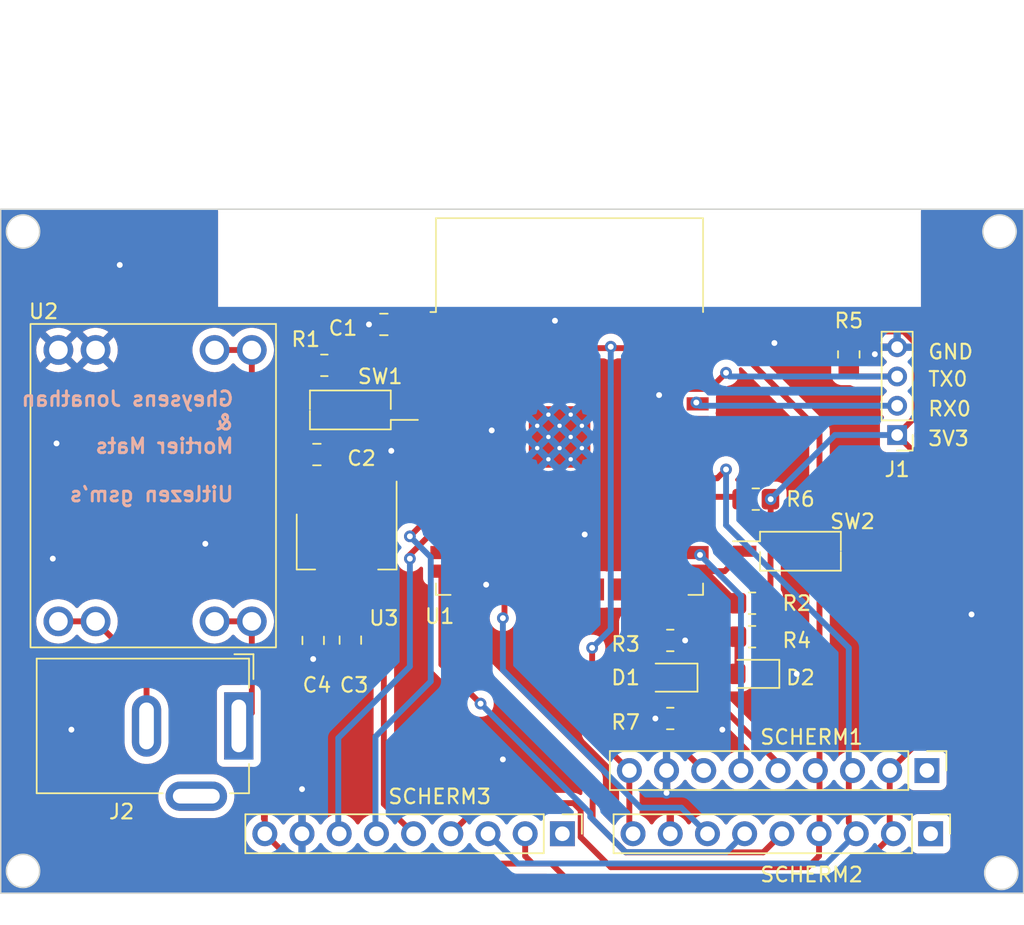
<source format=kicad_pcb>
(kicad_pcb (version 20221018) (generator pcbnew)
  (layers (0 "F.Cu" signal) (31 "B.Cu" signal) (34 "B.Paste" user) (35 "F.Paste" user) (36 "B.SilkS" user "B.Silkscreen") (37 "F.SilkS" user "F.Silkscreen") (38 "B.Mask" user) (39 "F.Mask" user) (44 "Edge.Cuts" user))
  (net 0 "")
  (net 1 "+3.3V")
  (net 2 "GND")
  (net 3 "VDD")
  (net 4 "Net-(D1-K)")
  (net 5 "GPIO2")
  (net 6 "Net-(D2-A)")
  (net 7 "RX0")
  (net 8 "TX0")
  (net 9 "Net-(J2-Pad1)")
  (net 10 "Net-(J2-Pad2)")
  (net 11 "/EN")
  (net 12 "GPIO0")
  (net 13 "GPIO5")
  (net 15 "GPIO18")
  (net 16 "GPIO23")
  (net 17 "GPIO4")
  (net 18 "GPIO15")
  (net 20 "GPIO14")
  (net 21 "GPIO12")
  (net 22 "GPIO13")
  (net 24 "GPIO25")
  (net 25 "GPIO26")
  (net 26 "GPIO27")
  (footprint "Resistor_SMD:R_0805_2012Metric_Pad1.20x1.40mm_HandSolder" (layer "F.Cu") (at 123.19 103.886 180)
    (fp_text reference "R7" (at 3.048 -0.254) (layer "F.SilkS"))
    (fp_text value "1K")
    (pad "1" smd roundrect (at -1 0 180) (size 1.2 1.4) (layers "F.Cu" "F.Paste" "F.Mask") (roundrect_rratio 0.2083333333) (net 4 "Net-(D1-K)"))
    (pad "2" smd roundrect (at 1 0 180) (size 1.2 1.4) (layers "F.Cu" "F.Paste" "F.Mask") (roundrect_rratio 0.2083333333) (net 2 "GND"))
  )
  (footprint "Resistor_SMD:R_0805_2012Metric_Pad1.20x1.40mm_HandSolder" (layer "F.Cu") (at 129.032 88.9 180)
    (fp_text reference "R6" (at -3.048 0 180) (layer "F.SilkS"))
    (fp_text value "10K")
    (pad "1" smd roundrect (at -1 0 180) (size 1.2 1.4) (layers "F.Cu" "F.Paste" "F.Mask") (roundrect_rratio 0.2083333333) (net 1 "+3.3V"))
    (pad "2" smd roundrect (at 1 0 180) (size 1.2 1.4) (layers "F.Cu" "F.Paste" "F.Mask") (roundrect_rratio 0.2083333333) (net 13 "GPIO5"))
  )
  (footprint "Resistor_SMD:R_0805_2012Metric_Pad1.20x1.40mm_HandSolder" (layer "F.Cu") (at 123.19 98.552 180)
    (fp_text reference "R3" (at 3.048 -0.254) (layer "F.SilkS"))
    (fp_text value "10K")
    (pad "1" smd roundrect (at -1 0 180) (size 1.2 1.4) (layers "F.Cu" "F.Paste" "F.Mask") (roundrect_rratio 0.2083333333) (net 2 "GND"))
    (pad "2" smd roundrect (at 1 0 180) (size 1.2 1.4) (layers "F.Cu" "F.Paste" "F.Mask") (roundrect_rratio 0.2083333333) (net 5 "GPIO2"))
  )
  (footprint "Resistor_SMD:R_0805_2012Metric_Pad1.20x1.40mm_HandSolder" (layer "F.Cu") (at 99.568 79.756)
    (fp_text reference "R1" (at -1.27 -1.778 180) (layer "F.SilkS"))
    (fp_text value "10K")
    (pad "1" smd roundrect (at -1 0) (size 1.2 1.4) (layers "F.Cu" "F.Paste" "F.Mask") (roundrect_rratio 0.2083333333) (net 1 "+3.3V"))
    (pad "2" smd roundrect (at 1 0) (size 1.2 1.4) (layers "F.Cu" "F.Paste" "F.Mask") (roundrect_rratio 0.2083333333) (net 11 "/EN"))
  )
  (footprint "LED_SMD:LED_0805_2012Metric_Pad1.15x1.40mm_HandSolder" (layer "F.Cu") (at 123.19 101.092 180)
    (fp_text reference "D1" (at 3.048 0) (layer "F.SilkS"))
    (fp_text value "BLUE")
    (pad "1" smd roundrect (at -1.025 0 180) (size 1.15 1.4) (layers "F.Cu" "F.Paste" "F.Mask") (roundrect_rratio 0.2173913043) (net 4 "Net-(D1-K)"))
    (pad "2" smd roundrect (at 1.025 0 180) (size 1.15 1.4) (layers "F.Cu" "F.Paste" "F.Mask") (roundrect_rratio 0.2173913043) (net 5 "GPIO2"))
  )
  (footprint "Capacitor_SMD:C_0805_2012Metric_Pad1.18x1.45mm_HandSolder" (layer "F.Cu") (at 103.632 76.962 180)
    (fp_text reference "C1" (at 2.794 -0.254 180) (layer "F.SilkS"))
    (fp_text value "100uF/6.3V")
    (pad "1" smd roundrect (at -1.0375 0 180) (size 1.175 1.45) (layers "F.Cu" "F.Paste" "F.Mask") (roundrect_rratio 0.2127659574) (net 1 "+3.3V"))
    (pad "2" smd roundrect (at 1.0375 0 180) (size 1.175 1.45) (layers "F.Cu" "F.Paste" "F.Mask") (roundrect_rratio 0.2127659574) (net 2 "GND"))
  )
  (footprint "Capacitor_SMD:C_0805_2012Metric_Pad1.18x1.45mm_HandSolder" (layer "F.Cu") (at 99.06 85.852 180)
    (fp_text reference "C2" (at -3.048 -0.254 180) (layer "F.SilkS"))
    (fp_text value "10uF")
    (pad "1" smd roundrect (at -1.0375 0 180) (size 1.175 1.45) (layers "F.Cu" "F.Paste" "F.Mask") (roundrect_rratio 0.2127659574) (net 3 "VDD"))
    (pad "2" smd roundrect (at 1.0375 0 180) (size 1.175 1.45) (layers "F.Cu" "F.Paste" "F.Mask") (roundrect_rratio 0.2127659574) (net 2 "GND"))
  )
  (footprint "Connector_PinHeader_2.54mm:PinHeader_1x09_P2.54mm_Vertical" (layer "F.Cu") (at 115.824 111.76 -90)
    (fp_text reference "SCHERM3" (at -2.54 8.382) (layer "F.SilkS"))
    (fp_text value "Conn_01x09_Pin")
    (pad "1" thru_hole rect (at 0 0 270) (size 1.7 1.7) (drill 1) (layers "*.Cu" "*.Mask"))
    (pad "2" thru_hole oval (at 0 2.54 270) (size 1.7 1.7) (drill 1) (layers "*.Cu" "*.Mask") (net 1 "+3.3V"))
    (pad "3" thru_hole oval (at 0 5.08 270) (size 1.7 1.7) (drill 1) (layers "*.Cu" "*.Mask") (net 15 "GPIO18"))
    (pad "4" thru_hole oval (at 0 7.62 270) (size 1.7 1.7) (drill 1) (layers "*.Cu" "*.Mask") (net 16 "GPIO23"))
    (pad "5" thru_hole oval (at 0 10.16 270) (size 1.7 1.7) (drill 1) (layers "*.Cu" "*.Mask") (net 24 "GPIO25"))
    (pad "6" thru_hole oval (at 0 12.7 270) (size 1.7 1.7) (drill 1) (layers "*.Cu" "*.Mask") (net 25 "GPIO26"))
    (pad "7" thru_hole oval (at 0 15.24 270) (size 1.7 1.7) (drill 1) (layers "*.Cu" "*.Mask") (net 26 "GPIO27"))
    (pad "8" thru_hole oval (at 0 17.78 270) (size 1.7 1.7) (drill 1) (layers "*.Cu" "*.Mask") (net 2 "GND"))
    (pad "9" thru_hole oval (at 0 20.32 270) (size 1.7 1.7) (drill 1) (layers "*.Cu" "*.Mask") (net 1 "+3.3V"))
  )
  (footprint "Resistor_SMD:R_0805_2012Metric_Pad1.20x1.40mm_HandSolder" (layer "F.Cu") (at 135.382 79.01 -90)
    (fp_text reference "R5" (at -2.302 0 -180) (layer "F.SilkS"))
    (fp_text value "10K")
    (pad "1" smd roundrect (at -1 0 270) (size 1.2 1.4) (layers "F.Cu" "F.Paste" "F.Mask") (roundrect_rratio 0.2083333333) (net 1 "+3.3V"))
    (pad "2" smd roundrect (at 1 0 270) (size 1.2 1.4) (layers "F.Cu" "F.Paste" "F.Mask") (roundrect_rratio 0.2083333333) (net 8 "TX0"))
  )
  (footprint "Resistor_SMD:R_0805_2012Metric_Pad1.20x1.40mm_HandSolder" (layer "F.Cu") (at 128.778 96.012 180)
    (fp_text reference "R2" (at -3.048 0) (layer "F.SilkS"))
    (fp_text value "10K")
    (pad "1" smd roundrect (at -1 0 180) (size 1.2 1.4) (layers "F.Cu" "F.Paste" "F.Mask") (roundrect_rratio 0.2083333333) (net 1 "+3.3V"))
    (pad "2" smd roundrect (at 1 0 180) (size 1.2 1.4) (layers "F.Cu" "F.Paste" "F.Mask") (roundrect_rratio 0.2083333333) (net 12 "GPIO0"))
  )
  (footprint "Library:U1584" (layer "F.Cu") (at 88.011 76.93)
    (fp_text reference "U2" (at -7.62 -0.857 unlocked) (layer "F.SilkS"))
    (fp_text value "MP1584")
    (pad "1" thru_hole circle (at -6.604 20.32) (size 2.032 2.032) (drill 1.27) (layers "*.Cu" "*.Mask") (net 10 "Net-(J2-Pad2)"))
    (pad "2" thru_hole circle (at -4.064 20.32) (size 2.032 2.032) (drill 1.27) (layers "*.Cu" "*.Mask") (net 10 "Net-(J2-Pad2)"))
    (pad "3" thru_hole circle (at 4.064 20.32) (size 2.032 2.032) (drill 1.27) (layers "*.Cu" "*.Mask") (net 9 "Net-(J2-Pad1)"))
    (pad "4" thru_hole circle (at 6.604 20.32) (size 2.032 2.032) (drill 1.27) (layers "*.Cu" "*.Mask") (net 9 "Net-(J2-Pad1)"))
    (pad "5" thru_hole circle (at 6.604 1.778) (size 2.032 2.032) (drill 1.27) (layers "*.Cu" "*.Mask") (net 3 "VDD"))
    (pad "6" thru_hole circle (at 4.064 1.778) (size 2.032 2.032) (drill 1.27) (layers "*.Cu" "*.Mask") (net 3 "VDD"))
    (pad "7" thru_hole circle (at -4.064 1.778) (size 2.032 2.032) (drill 1.27) (layers "*.Cu" "*.Mask") (net 2 "GND"))
    (pad "8" thru_hole circle (at -6.604 1.778) (size 2.032 2.032) (drill 1.27) (layers "*.Cu" "*.Mask") (net 2 "GND"))
  )
  (footprint "Connector_PinHeader_2.54mm:PinHeader_1x09_P2.54mm_Vertical" (layer "F.Cu") (at 140.716 107.442 -90)
    (fp_text reference "SCHERM1" (at -2.286 7.874) (layer "F.SilkS"))
    (fp_text value "Conn_01x09_Pin")
    (pad "1" thru_hole rect (at 0 0 270) (size 1.7 1.7) (drill 1) (layers "*.Cu" "*.Mask"))
    (pad "2" thru_hole oval (at 0 2.54 270) (size 1.7 1.7) (drill 1) (layers "*.Cu" "*.Mask") (net 1 "+3.3V"))
    (pad "3" thru_hole oval (at 0 5.08 270) (size 1.7 1.7) (drill 1) (layers "*.Cu" "*.Mask") (net 15 "GPIO18"))
    (pad "4" thru_hole oval (at 0 7.62 270) (size 1.7 1.7) (drill 1) (layers "*.Cu" "*.Mask") (net 16 "GPIO23"))
    (pad "5" thru_hole oval (at 0 10.16 270) (size 1.7 1.7) (drill 1) (layers "*.Cu" "*.Mask") (net 5 "GPIO2"))
    (pad "6" thru_hole oval (at 0 12.7 270) (size 1.7 1.7) (drill 1) (layers "*.Cu" "*.Mask") (net 17 "GPIO4"))
    (pad "7" thru_hole oval (at 0 15.24 270) (size 1.7 1.7) (drill 1) (layers "*.Cu" "*.Mask") (net 18 "GPIO15"))
    (pad "8" thru_hole oval (at 0 17.78 270) (size 1.7 1.7) (drill 1) (layers "*.Cu" "*.Mask") (net 2 "GND"))
    (pad "9" thru_hole oval (at 0 20.32 270) (size 1.7 1.7) (drill 1) (layers "*.Cu" "*.Mask") (net 1 "+3.3V"))
  )
  (footprint "Connector_PinHeader_2.00mm:PinHeader_1x04_P2.00mm_Vertical" (layer "F.Cu") (at 138.684 84.518 180)
    (fp_text reference "J1" (at 0 -2.35) (layer "F.SilkS"))
    (fp_text value "Conn_01x04_Pin")
    (pad "1" thru_hole rect (at 0 0 180) (size 1.35 1.35) (drill 0.8) (layers "*.Cu" "*.Mask") (net 1 "+3.3V"))
    (pad "2" thru_hole oval (at 0 2 180) (size 1.35 1.35) (drill 0.8) (layers "*.Cu" "*.Mask") (net 7 "RX0"))
    (pad "3" thru_hole oval (at 0 4 180) (size 1.35 1.35) (drill 0.8) (layers "*.Cu" "*.Mask") (net 8 "TX0"))
    (pad "4" thru_hole oval (at 0 6 180) (size 1.35 1.35) (drill 0.8) (layers "*.Cu" "*.Mask") (net 2 "GND"))
  )
  (footprint "Capacitor_SMD:C_0805_2012Metric_Pad1.18x1.45mm_HandSolder" (layer "F.Cu") (at 98.806 98.552 -90)
    (fp_text reference "C4" (at 3.048 -0.254 -180) (layer "F.SilkS"))
    (fp_text value "10uF")
    (pad "1" smd roundrect (at -1.0375 0 270) (size 1.175 1.45) (layers "F.Cu" "F.Paste" "F.Mask") (roundrect_rratio 0.2127659574) (net 1 "+3.3V"))
    (pad "2" smd roundrect (at 1.0375 0 270) (size 1.175 1.45) (layers "F.Cu" "F.Paste" "F.Mask") (roundrect_rratio 0.2127659574) (net 2 "GND"))
  )
  (footprint "Resistor_SMD:R_0805_2012Metric_Pad1.20x1.40mm_HandSolder" (layer "F.Cu") (at 128.778 98.298 180)
    (fp_text reference "R4" (at -3.048 -0.254) (layer "F.SilkS"))
    (fp_text value "1K")
    (pad "1" smd roundrect (at -1 0 180) (size 1.2 1.4) (layers "F.Cu" "F.Paste" "F.Mask") (roundrect_rratio 0.2083333333) (net 1 "+3.3V"))
    (pad "2" smd roundrect (at 1 0 180) (size 1.2 1.4) (layers "F.Cu" "F.Paste" "F.Mask") (roundrect_rratio 0.2083333333) (net 6 "Net-(D2-A)"))
  )
  (footprint "Package_TO_SOT_SMD:SOT-223-3_TabPin2" (layer "F.Cu") (at 101.092 91.796 -90)
    (fp_text reference "U3" (at 5.232 -2.54 -180) (layer "F.SilkS"))
    (fp_text value "AMS1117-3.3")
    (pad "1" smd rect (at -3.15 -2.3 270) (size 2 1.5) (layers "F.Cu" "F.Paste" "F.Mask") (net 2 "GND"))
    (pad "2" smd rect (at -3.15 0 270) (size 2 1.5) (layers "F.Cu" "F.Paste" "F.Mask") (net 1 "+3.3V"))
    (pad "2" smd rect (at 3.15 0 270) (size 2 3.8) (layers "F.Cu" "F.Paste" "F.Mask") (net 1 "+3.3V"))
    (pad "3" smd rect (at -3.15 2.3 270) (size 2 1.5) (layers "F.Cu" "F.Paste" "F.Mask") (net 3 "VDD"))
  )
  (footprint "Button_Switch_SMD:SW_DIP_SPSTx01_Slide_Copal_CHS-01B_W7.62mm_P1.27mm" (layer "F.Cu") (at 132.08 92.456)
    (fp_text reference "SW2" (at 3.556 -2.032 180) (layer "F.SilkS"))
    (fp_text value "FLASH")
    (pad "1" smd rect (at -3.81 0) (size 1.6 0.76) (layers "F.Cu" "F.Paste" "F.Mask") (net 12 "GPIO0"))
    (pad "2" smd rect (at 3.81 0) (size 1.6 0.76) (layers "F.Cu" "F.Paste" "F.Mask") (net 2 "GND"))
  )
  (footprint "Connector_BarrelJack:BarrelJack_GCT_DCJ200-10-A_Horizontal" (layer "F.Cu") (at 93.726 104.394 -90)
    (fp_text reference "J2" (at 5.857 8.001 -180) (layer "F.SilkS"))
    (fp_text value "Barrel_Jack")
    (pad "1" thru_hole rect (at 0 0 270) (size 4.6 2) (drill oval 3.6 1) (layers "*.Cu" "*.Mask") (net 9 "Net-(J2-Pad1)"))
    (pad "2" thru_hole oval (at 0 6.3 270) (size 4.2 2) (drill oval 3.2 1) (layers "*.Cu" "*.Mask") (net 10 "Net-(J2-Pad2)"))
    (pad "3" thru_hole oval (at 4.8 2.9 270) (size 2 4.2) (drill oval 1 3.2) (layers "*.Cu" "*.Mask"))
  )
  (footprint "Capacitor_SMD:C_0805_2012Metric_Pad1.18x1.45mm_HandSolder" (layer "F.Cu") (at 101.346 98.5305 90)
    (fp_text reference "C3" (at -3.0695 0.254) (layer "F.SilkS"))
    (fp_text value "100nF")
    (pad "1" smd roundrect (at -1.0375 0 90) (size 1.175 1.45) (layers "F.Cu" "F.Paste" "F.Mask") (roundrect_rratio 0.2127659574) (net 2 "GND"))
    (pad "2" smd roundrect (at 1.0375 0 90) (size 1.175 1.45) (layers "F.Cu" "F.Paste" "F.Mask") (roundrect_rratio 0.2127659574) (net 1 "+3.3V"))
  )
  (footprint "RF_Module:ESP32-WROOM-32" (layer "F.Cu") (at 116.31 85.56)
    (fp_text reference "U1" (at -8.868 11.341 180) (layer "F.SilkS"))
    (fp_text value "ESP32-WROOM-32")
    (pad "1" smd rect (at -8.75 -8.25) (size 1.5 0.9) (layers "F.Cu" "F.Paste" "F.Mask") (net 2 "GND"))
    (pad "2" smd rect (at -8.75 -6.98) (size 1.5 0.9) (layers "F.Cu" "F.Paste" "F.Mask") (net 1 "+3.3V"))
    (pad "3" smd rect (at -8.75 -5.71) (size 1.5 0.9) (layers "F.Cu" "F.Paste" "F.Mask") (net 11 "/EN"))
    (pad "4" smd rect (at -8.75 -4.44) (size 1.5 0.9) (layers "F.Cu" "F.Paste" "F.Mask"))
    (pad "5" smd rect (at -8.75 -3.17) (size 1.5 0.9) (layers "F.Cu" "F.Paste" "F.Mask"))
    (pad "6" smd rect (at -8.75 -1.9) (size 1.5 0.9) (layers "F.Cu" "F.Paste" "F.Mask"))
    (pad "7" smd rect (at -8.75 -0.63) (size 1.5 0.9) (layers "F.Cu" "F.Paste" "F.Mask"))
    (pad "8" smd rect (at -8.75 0.64) (size 1.5 0.9) (layers "F.Cu" "F.Paste" "F.Mask"))
    (pad "9" smd rect (at -8.75 1.91) (size 1.5 0.9) (layers "F.Cu" "F.Paste" "F.Mask"))
    (pad "10" smd rect (at -8.75 3.18) (size 1.5 0.9) (layers "F.Cu" "F.Paste" "F.Mask") (net 24 "GPIO25"))
    (pad "11" smd rect (at -8.75 4.45) (size 1.5 0.9) (layers "F.Cu" "F.Paste" "F.Mask") (net 25 "GPIO26"))
    (pad "12" smd rect (at -8.75 5.72) (size 1.5 0.9) (layers "F.Cu" "F.Paste" "F.Mask") (net 26 "GPIO27"))
    (pad "13" smd rect (at -8.75 6.99) (size 1.5 0.9) (layers "F.Cu" "F.Paste" "F.Mask") (net 20 "GPIO14"))
    (pad "14" smd rect (at -8.75 8.26) (size 1.5 0.9) (layers "F.Cu" "F.Paste" "F.Mask") (net 21 "GPIO12"))
    (pad "15" smd rect (at -5.71 9.51 90) (size 1.5 0.9) (layers "F.Cu" "F.Paste" "F.Mask") (net 2 "GND"))
    (pad "16" smd rect (at -4.44 9.51 90) (size 1.5 0.9) (layers "F.Cu" "F.Paste" "F.Mask") (net 22 "GPIO13"))
    (pad "17" smd rect (at -3.17 9.51 90) (size 1.5 0.9) (layers "F.Cu" "F.Paste" "F.Mask"))
    (pad "18" smd rect (at -1.9 9.51 90) (size 1.5 0.9) (layers "F.Cu" "F.Paste" "F.Mask"))
    (pad "19" smd rect (at -0.63 9.51 90) (size 1.5 0.9) (layers "F.Cu" "F.Paste" "F.Mask"))
    (pad "20" smd rect (at 0.64 9.51 90) (size 1.5 0.9) (layers "F.Cu" "F.Paste" "F.Mask"))
    (pad "21" smd rect (at 1.91 9.51 90) (size 1.5 0.9) (layers "F.Cu" "F.Paste" "F.Mask"))
    (pad "22" smd rect (at 3.18 9.51 90) (size 1.5 0.9) (layers "F.Cu" "F.Paste" "F.Mask"))
    (pad "23" smd rect (at 4.45 9.51 90) (size 1.5 0.9) (layers "F.Cu" "F.Paste" "F.Mask") (net 18 "GPIO15"))
    (pad "24" smd rect (at 5.72 9.51 90) (size 1.5 0.9) (layers "F.Cu" "F.Paste" "F.Mask") (net 5 "GPIO2"))
    (pad "25" smd rect (at 8.75 8.26) (size 1.5 0.9) (layers "F.Cu" "F.Paste" "F.Mask") (net 12 "GPIO0"))
    (pad "26" smd rect (at 8.75 6.99) (size 1.5 0.9) (layers "F.Cu" "F.Paste" "F.Mask") (net 17 "GPIO4"))
    (pad "27" smd rect (at 8.75 5.72) (size 1.5 0.9) (layers "F.Cu" "F.Paste" "F.Mask"))
    (pad "28" smd rect (at 8.75 4.45) (size 1.5 0.9) (layers "F.Cu" "F.Paste" "F.Mask"))
    (pad "29" smd rect (at 8.75 3.18) (size 1.5 0.9) (layers "F.Cu" "F.Paste" "F.Mask") (net 13 "GPIO5"))
    (pad "30" smd rect (at 8.75 1.91) (size 1.5 0.9) (layers "F.Cu" "F.Paste" "F.Mask") (net 15 "GPIO18"))
    (pad "31" smd rect (at 8.75 0.64) (size 1.5 0.9) (layers "F.Cu" "F.Paste" "F.Mask"))
    (pad "32" smd rect (at 8.75 -0.63) (size 1.5 0.9) (layers "F.Cu" "F.Paste" "F.Mask"))
    (pad "33" smd rect (at 8.75 -1.9) (size 1.5 0.9) (layers "F.Cu" "F.Paste" "F.Mask"))
    (pad "34" smd rect (at 8.75 -3.17) (size 1.5 0.9) (layers "F.Cu" "F.Paste" "F.Mask") (net 7 "RX0"))
    (pad "35" smd rect (at 8.75 -4.44) (size 1.5 0.9) (layers "F.Cu" "F.Paste" "F.Mask") (net 8 "TX0"))
    (pad "36" smd rect (at 8.75 -5.71) (size 1.5 0.9) (layers "F.Cu" "F.Paste" "F.Mask"))
    (pad "37" smd rect (at 8.75 -6.98) (size 1.5 0.9) (layers "F.Cu" "F.Paste" "F.Mask") (net 16 "GPIO23"))
    (pad "38" smd rect (at 8.75 -8.25) (size 1.5 0.9) (layers "F.Cu" "F.Paste" "F.Mask") (net 2 "GND"))
    (pad "39" smd rect (at -2.205 -2.435) (size 1.05 1.05) (layers "F.Cu" "F.Paste") (net 2 "GND"))
    (pad "39" thru_hole circle (at -2.205 -1.6725) (size 0.6 0.6) (drill 0.3) (property pad_prop_heatsink) (layers "*.Cu" "F.Mask") (net 2 "GND"))
    (pad "39" smd rect (at -2.205 -0.91) (size 1.05 1.05) (layers "F.Cu" "F.Paste") (net 2 "GND"))
    (pad "39" thru_hole circle (at -2.205 -0.1475) (size 0.6 0.6) (drill 0.3) (property pad_prop_heatsink) (layers "*.Cu" "F.Mask") (net 2 "GND"))
    (pad "39" smd rect (at -2.205 0.615) (size 1.05 1.05) (layers "F.Cu" "F.Paste") (net 2 "GND"))
    (pad "39" thru_hole circle (at -1.4425 -2.435) (size 0.6 0.6) (drill 0.3) (property pad_prop_heatsink) (layers "*.Cu" "F.Mask") (net 2 "GND"))
    (pad "39" thru_hole circle (at -1.4425 -0.91) (size 0.6 0.6) (drill 0.3) (property pad_prop_heatsink) (layers "*.Cu" "F.Mask") (net 2 "GND"))
    (pad "39" thru_hole circle (at -1.4425 0.615) (size 0.6 0.6) (drill 0.3) (property pad_prop_heatsink) (layers "*.Cu" "F.Mask") (net 2 "GND"))
    (pad "39" smd rect (at -0.68 -2.435) (size 1.05 1.05) (layers "F.Cu" "F.Paste") (net 2 "GND"))
    (pad "39" thru_hole circle (at -0.68 -1.6725) (size 0.6 0.6) (drill 0.3) (property pad_prop_heatsink) (layers "*.Cu" "F.Mask") (net 2 "GND"))
    (pad "39" smd rect (at -0.68 -0.91) (size 1.05 1.05) (layers "F.Cu" "F.Paste") (net 2 "GND"))
    (pad "39" smd rect (at -0.68 -0.91) (size 4.2 4.2) (layers "F.Cu" "F.Mask") (net 2 "GND"))
    (pad "39" thru_hole circle (at -0.68 -0.1475) (size 0.6 0.6) (drill 0.3) (property pad_prop_heatsink) (layers "*.Cu" "F.Mask") (net 2 "GND"))
    (pad "39" smd rect (at -0.68 0.615) (size 1.05 1.05) (layers "F.Cu" "F.Paste") (net 2 "GND"))
    (pad "39" thru_hole circle (at 0.0825 -2.435) (size 0.6 0.6) (drill 0.3) (property pad_prop_heatsink) (layers "*.Cu" "F.Mask") (net 2 "GND"))
    (pad "39" thru_hole circle (at 0.0825 -0.91) (size 0.6 0.6) (drill 0.3) (property pad_prop_heatsink) (layers "*.Cu" "F.Mask") (net 2 "GND"))
    (pad "39" thru_hole circle (at 0.0825 0.615) (size 0.6 0.6) (drill 0.3) (property pad_prop_heatsink) (layers "*.Cu" "F.Mask") (net 2 "GND"))
    (pad "39" smd rect (at 0.845 -2.435) (size 1.05 1.05) (layers "F.Cu" "F.Paste") (net 2 "GND"))
    (pad "39" thru_hole circle (at 0.845 -1.6725) (size 0.6 0.6) (drill 0.3) (property pad_prop_heatsink) (layers "*.Cu" "F.Mask") (net 2 "GND"))
    (pad "39" smd rect (at 0.845 -0.91) (size 1.05 1.05) (layers "F.Cu" "F.Paste") (net 2 "GND"))
    (pad "39" thru_hole circle (at 0.845 -0.1475) (size 0.6 0.6) (drill 0.3) (property pad_prop_heatsink) (layers "*.Cu" "F.Mask") (net 2 "GND"))
    (pad "39" smd rect (at 0.845 0.615) (size 1.05 1.05) (layers "F.Cu" "F.Paste") (net 2 "GND"))
    (zone (net 0) (net_name "") (layers "F.Cu" "In1.Cu" "B.Cu") (connect_pads (clearance 0)) (min_thickness 0.254)
      (keepout (tracks not_allowed) (vias not_allowed) (pads not_allowed) (copperpour not_allowed) (footprints not_allowed))
      (fill (thermal_gap 0.508) (thermal_bridge_width 0.508))
      (polygon (pts (xy 92.31 75.76) (xy 140.31 75.76) (xy 140.31 54.82) (xy 92.31 54.82)))
    )
  )
  (footprint "Connector_PinHeader_2.54mm:PinHeader_1x09_P2.54mm_Vertical" (layer "F.Cu") (at 140.97 111.76 -90)
    (fp_text reference "SCHERM2" (at 2.794 8.128) (layer "F.SilkS"))
    (fp_text value "Conn_01x09_Pin")
    (pad "1" thru_hole rect (at 0 0 270) (size 1.7 1.7) (drill 1) (layers "*.Cu" "*.Mask"))
    (pad "2" thru_hole oval (at 0 2.54 270) (size 1.7 1.7) (drill 1) (layers "*.Cu" "*.Mask") (net 1 "+3.3V"))
    (pad "3" thru_hole oval (at 0 5.08 270) (size 1.7 1.7) (drill 1) (layers "*.Cu" "*.Mask") (net 15 "GPIO18"))
    (pad "4" thru_hole oval (at 0 7.62 270) (size 1.7 1.7) (drill 1) (layers "*.Cu" "*.Mask") (net 16 "GPIO23"))
    (pad "5" thru_hole oval (at 0 10.16 270) (size 1.7 1.7) (drill 1) (layers "*.Cu" "*.Mask") (net 20 "GPIO14"))
    (pad "6" thru_hole oval (at 0 12.7 270) (size 1.7 1.7) (drill 1) (layers "*.Cu" "*.Mask") (net 21 "GPIO12"))
    (pad "7" thru_hole oval (at 0 15.24 270) (size 1.7 1.7) (drill 1) (layers "*.Cu" "*.Mask") (net 22 "GPIO13"))
    (pad "8" thru_hole oval (at 0 17.78 270) (size 1.7 1.7) (drill 1) (layers "*.Cu" "*.Mask") (net 2 "GND"))
    (pad "9" thru_hole oval (at 0 20.32 270) (size 1.7 1.7) (drill 1) (layers "*.Cu" "*.Mask") (net 1 "+3.3V"))
  )
  (footprint "LED_SMD:LED_0805_2012Metric_Pad1.15x1.40mm_HandSolder" (layer "F.Cu") (at 128.778 100.838 180)
    (fp_text reference "D2" (at -3.302 -0.254) (layer "F.SilkS"))
    (fp_text value "PWR")
    (pad "1" smd roundrect (at -1.025 0 180) (size 1.15 1.4) (layers "F.Cu" "F.Paste" "F.Mask") (roundrect_rratio 0.2173913043) (net 2 "GND"))
    (pad "2" smd roundrect (at 1.025 0 180) (size 1.15 1.4) (layers "F.Cu" "F.Paste" "F.Mask") (roundrect_rratio 0.2173913043) (net 6 "Net-(D2-A)"))
  )
  (footprint "Button_Switch_SMD:SW_DIP_SPSTx01_Slide_Copal_CHS-01B_W7.62mm_P1.27mm" (layer "F.Cu") (at 101.346 82.804 180)
    (fp_text reference "SW1" (at -2.032 2.286 180) (layer "F.SilkS"))
    (fp_text value "EN")
    (pad "1" smd rect (at -3.81 0 180) (size 1.6 0.76) (layers "F.Cu" "F.Paste" "F.Mask") (net 11 "/EN"))
    (pad "2" smd rect (at 3.81 0 180) (size 1.6 0.76) (layers "F.Cu" "F.Paste" "F.Mask") (net 2 "GND"))
  )
  (gr_rect (start 77.47 69.088) (end 147.32 115.824) (stroke (width 0.1)) (fill none) (layer "Edge.Cuts"))
  (gr_circle (center 78.994 114.3) (end 80.01 114.808) (stroke (width 0.1)) (fill none) (layer "Edge.Cuts"))
  (gr_circle (center 78.994 70.612) (end 80.01 71.12) (stroke (width 0.1)) (fill none) (layer "Edge.Cuts"))
  (gr_circle (center 145.676078 70.612) (end 146.692078 71.12) (stroke (width 0.1)) (fill none) (layer "Edge.Cuts"))
  (gr_circle (center 145.796 114.434078) (end 146.812 114.942078) (stroke (width 0.1)) (fill none) (layer "Edge.Cuts"))
  (gr_text "Uitlezen gsm's" (at 93.472 89.154) (layer "B.SilkS") (effects (font (size 1 1) (thickness 0.2) bold) (justify left bottom mirror)))
  (gr_text "Gheysens Jonathan\n&\nMortier Mats" (at 93.472 85.852) (layer "B.SilkS") (effects (font (size 1 1) (thickness 0.2) bold) (justify left bottom mirror)))
  (gr_text "TX0\n" (at 140.716 81.28) (layer "F.SilkS") (effects (font (size 1 1)) (justify left bottom)))
  (gr_text "GND\n\n" (at 140.716 81.026) (layer "F.SilkS") (effects (font (size 1 1)) (justify left bottom)))
  (gr_text "3V3\n" (at 140.716 85.344) (layer "F.SilkS") (effects (font (size 1 1)) (justify left bottom)))
  (gr_text "RX0\n" (at 140.716 83.312) (layer "F.SilkS") (effects (font (size 1 1)) (justify left bottom)))
  (segment (start 117.856 99.06) (end 117.856 104.902) (width 0.4) (layer "F.Cu") (net 1))
  (segment (start 101.3245 97.5145) (end 101.346 97.493) (width 0.4) (layer "F.Cu") (net 1))
  (segment (start 130.032 95.758) (end 130.048 88.9) (width 0.4) (layer "F.Cu") (net 1))
  (segment (start 101.346 97.493) (end 101.092 97.239) (width 0.4) (layer "F.Cu") (net 1))
  (segment (start 135.128 115.062) (end 138.43 111.76) (width 0.4) (layer "F.Cu") (net 1))
  (segment (start 100.875 94.729) (end 100.875 88.863) (width 0.4) (layer "F.Cu") (net 1))
  (segment (start 97.544 113.8) (end 112.754 113.8) (width 0.4) (layer "F.Cu") (net 1))
  (segment (start 116.84 78.486) (end 116.934 78.58) (width 0.4) (layer "F.Cu") (net 1))
  (segment (start 101.092 94.946) (end 100.875 94.729) (width 0.4) (layer "F.Cu") (net 1))
  (segment (start 116.746 78.58) (end 116.84 78.486) (width 0.4) (layer "F.Cu") (net 1))
  (segment (start 121.79 78.58) (end 123.91 76.46) (width 0.4) (layer "F.Cu") (net 1))
  (segment (start 116.934 78.58) (end 121.79 78.58) (width 0.4) (layer "F.Cu") (net 1))
  (segment (start 104.6695 76.962) (end 102.9755 78.656) (width 0.4) (layer "F.Cu") (net 1))
  (segment (start 101.854 87.884) (end 101.092 88.646) (width 0.4) (layer "F.Cu") (net 1))
  (segment (start 98.568 80.788) (end 101.854 84.074) (width 0.4) (layer "F.Cu") (net 1))
  (segment (start 95.504 111.76) (end 97.544 113.8) (width 0.4) (layer "F.Cu") (net 1))
  (segment (start 123.91 76.46) (end 133.832 76.46) (width 0.4) (layer "F.Cu") (net 1))
  (segment (start 113.792 113.8) (end 112.754 113.8) (width 0.4) (layer "F.Cu") (net 1))
  (segment (start 139.975 85.809) (end 139.975 105.643) (width 0.4) (layer "F.Cu") (net 1))
  (segment (start 133.832 76.46) (end 135.382 78.01) (width 0.4) (layer "F.Cu") (net 1))
  (segment (start 113.284 113.292) (end 113.284 111.76) (width 0.4) (layer "F.Cu") (net 1))
  (segment (start 139.954 78.26772) (end 139.954 83.248) (width 0.4) (layer "F.Cu") (net 1))
  (segment (start 95.44 100.8805) (end 95.44 110.49) (width 0.4) (layer "F.Cu") (net 1))
  (segment (start 104.6695 76.962) (end 106.2875 78.58) (width 0.4) (layer "F.Cu") (net 1))
  (segment (start 106.2875 78.58) (end 107.56 78.58) (width 0.4) (layer "F.Cu") (net 1))
  (segment (start 135.382 78.01) (end 135.949 77.443) (width 0.4) (layer "F.Cu") (net 1))
  (segment (start 120.396 111.506) (end 120.65 111.76) (width 0.4) (layer "F.Cu") (net 1))
  (segment (start 102.9755 78.656) (end 99.668 78.656) (width 0.4) (layer "F.Cu") (net 1))
  (segment (start 113.792 113.8) (end 113.284 113.292) (width 0.4) (layer "F.Cu") (net 1))
  (segment (start 120.396 107.442) (end 120.396 111.506) (width 0.4) (layer "F.Cu") (net 1))
  (segment (start 95.44 110.49) (end 95.504 110.554) (width 0.4) (layer "F.Cu") (net 1))
  (segment (start 98.806 97.5145) (end 101.3245 97.5145) (width 0.4) (layer "F.Cu") (net 1))
  (segment (start 98.568 79.756) (end 98.568 80.788) (width 0.4) (layer "F.Cu") (net 1))
  (segment (start 101.854 84.074) (end 101.854 87.884) (width 0.4) (layer "F.Cu") (net 1))
  (segment (start 95.44 110.49) (end 95.44 110.744) (width 0.4) (layer "F.Cu") (net 1))
  (segment (start 98.806 97.5145) (end 95.44 100.8805) (width 0.4) (layer "F.Cu") (net 1))
  (segment (start 113.792 113.8) (end 115.07 113.8) (width 0.4) (layer "F.Cu") (net 1))
  (segment (start 135.949 77.443) (end 139.12928 77.443) (width 0.4) (layer "F.Cu") (net 1))
  (segment (start 101.092 97.239) (end 101.092 94.946) (width 0.4) (layer "F.Cu") (net 1))
  (segment (start 129.778 96.012) (end 129.778 98.298) (width 0.4) (layer "F.Cu") (net 1))
  (segment (start 117.856 104.902) (end 120.396 107.442) (width 0.4) (layer "F.Cu") (net 1))
  (segment (start 129.778 96.012) (end 130.032 95.758) (width 0.4) (layer "F.Cu") (net 1))
  (segment (start 138.176 111.506) (end 138.43 111.76) (width 0.4) (layer "F.Cu") (net 1))
  (segment (start 95.504 110.554) (end 95.504 111.76) (width 0.4) (layer "F.Cu") (net 1))
  (segment (start 130.048 88.9) (end 130.032 88.9) (width 0.4) (layer "F.Cu") (net 1))
  (segment (start 116.332 115.062) (end 135.128 115.062) (width 0.4) (layer "F.Cu") (net 1))
  (segment (start 138.684 84.518) (end 139.975 85.809) (width 0.4) (layer "F.Cu") (net 1))
  (segment (start 99.668 78.656) (end 98.568 79.756) (width 0.4) (layer "F.Cu") (net 1))
  (segment (start 100.875 88.863) (end 101.092 88.646) (width 0.4) (layer "F.Cu") (net 1))
  (segment (start 115.07 113.8) (end 116.332 115.062) (width 0.4) (layer "F.Cu") (net 1))
  (segment (start 139.12928 77.443) (end 139.954 78.26772) (width 0.4) (layer "F.Cu") (net 1))
  (segment (start 107.56 78.58) (end 116.746 78.58) (width 0.4) (layer "F.Cu") (net 1))
  (segment (start 139.975 105.643) (end 138.176 107.442) (width 0.4) (layer "F.Cu") (net 1))
  (segment (start 139.954 83.248) (end 138.684 84.518) (width 0.4) (layer "F.Cu") (net 1))
  (segment (start 138.176 107.442) (end 138.176 111.506) (width 0.4) (layer "F.Cu") (net 1))
  (via (at 117.856 99.06) (size 0.8) (drill 0.4) (layers "F.Cu" "B.Cu") (net 1))
  (via (at 130.048 88.9) (size 0.8) (drill 0.4) (layers "F.Cu" "B.Cu") (net 1))
  (via (at 119.126 78.486) (size 0.8) (drill 0.4) (layers "F.Cu" "B.Cu") (net 1))
  (segment (start 117.856 99.06) (end 119.126 97.79) (width 0.4) (layer "B.Cu") (net 1))
  (segment (start 119.126 81.026) (end 119.126 78.486) (width 0.4) (layer "B.Cu") (net 1))
  (segment (start 134.43 84.518) (end 130.048 88.9) (width 0.4) (layer "B.Cu") (net 1))
  (segment (start 119.126 97.79) (end 119.126 81.026) (width 0.4) (layer "B.Cu") (net 1))
  (segment (start 138.684 84.518) (end 134.43 84.518) (width 0.4) (layer "B.Cu") (net 1))
  (segment (start 115.63 83.8875) (end 115.63 84.65) (width 0.4) (layer "F.Cu") (net 2))
  (segment (start 114.8675 84.65) (end 115.63 84.65) (width 0.4) (layer "F.Cu") (net 2))
  (segment (start 116.3925 86.175) (end 117.155 85.4125) (width 0.4) (layer "F.Cu") (net 2))
  (segment (start 116.3925 86.175) (end 117.155 86.175) (width 0.4) (layer "F.Cu") (net 2))
  (segment (start 114.105 85.4125) (end 114.105 86.175) (width 0.4) (layer "F.Cu") (net 2))
  (segment (start 129.778 101.067) (end 129.803 101.092) (width 0.4) (layer "F.Cu") (net 2))
  (segment (start 123.382 107.697) (end 123.381 107.696) (width 0.4) (layer "F.Cu") (net 2))
  (segment (start 115.63 84.65) (end 116.3925 84.65) (width 0.4) (layer "F.Cu") (net 2))
  (segment (start 115.63 86.175) (end 116.3925 86.175) (width 0.4) (layer "F.Cu") (net 2))
  (segment (start 138.684 78.518) (end 137.636 78.518) (width 0.4) (layer "F.Cu") (net 2))
  (segment (start 114.105 83.125) (end 114.8675 83.125) (width 0.4) (layer "F.Cu") (net 2))
  (segment (start 98.044 111.76) (end 98.044 108.712) (width 0.4) (layer "F.Cu") (net 2))
  (segment (start 114.8675 83.125) (end 114.105 83.8875) (width 0.4) (layer "F.Cu") (net 2))
  (segment (start 114.105 83.125) (end 114.105 83.8875) (width 0.4) (layer "F.Cu") (net 2))
  (segment (start 116.3925 83.125) (end 115.63 83.125) (width 0.4) (layer "F.Cu") (net 2))
  (segment (start 137.636 78.518) (end 137.16 78.994) (width 0.4) (layer "F.Cu") (net 2))
  (segment (start 129.38 77.31) (end 130.302 78.232) (width 0.4) (layer "F.Cu") (net 2))
  (segment (start 116.3925 83.125) (end 117.155 83.125) (width 0.4) (layer "F.Cu") (net 2))
  (segment (start 114.8675 84.65) (end 114.105 85.4125) (width 0.4) (layer "F.Cu") (net 2))
  (segment (start 123.19 111.76) (end 123.19 109.22) (width 0.4) (layer "F.Cu") (net 2))
  (segment (start 117.155 85.4125) (end 117.155 86.175) (width 0.4) (layer "F.Cu") (net 2))
  (segment (start 125.06 77.31) (end 129.38 77.31) (width 0.4) (layer "F.Cu") (net 2))
  (segment (start 114.105 85.4125) (end 114.8675 86.175) (width 0.4) (layer "F.Cu") (net 2))
  (segment (start 115.63 85.4125) (end 116.3925 84.65) (width 0.4) (layer "F.Cu") (net 2))
  (segment (start 115.63 83.125) (end 114.8675 83.125) (width 0.4) (layer "F.Cu") (net 2))
  (segment (start 114.8675 84.65) (end 115.63 83.8875) (width 0.4) (layer "F.Cu") (net 2))
  (segment (start 114.8675 86.175) (end 115.63 86.175) (width 0.4) (layer "F.Cu") (net 2))
  (segment (start 123.19 109.22) (end 122.936 108.966) (width 0.4) (layer "F.Cu") (net 2))
  (segment (start 116.3925 84.65) (end 117.155 83.8875) (width 0.4) (layer "F.Cu") (net 2))
  (segment (start 117.155 85.4125) (end 116.3925 84.65) (width 0.4) (layer "F.Cu") (net 2))
  (segment (start 114.105 84.65) (end 114.105 85.4125) (width 0.4) (layer "F.Cu") (net 2))
  (segment (start 122.936 107.442) (end 122.936 108.966) (width 0.4) (layer "F.Cu") (net 2))
  (segment (start 116.3925 83.125) (end 115.63 83.8875) (width 0.4) (layer "F.Cu") (net 2))
  (segment (start 114.105 86.175) (end 114.8675 86.175) (width 0.4) (layer "F.Cu") (net 2))
  (segment (start 114.8675 86.175) (end 115.63 85.4125) (width 0.4) (layer "F.Cu") (net 2))
  (segment (start 114.8675 83.125) (end 115.63 83.8875) (width 0.4) (layer "F.Cu") (net 2))
  (segment (start 115.63 85.4125) (end 115.63 84.65) (width 0.4) (layer "F.Cu") (net 2))
  (via (at 124.206 98.552) (size 0.8) (drill 0.4) (layers "F.Cu" "B.Cu") (net 2))
  (via (at 110.617 94.742) (size 0.8) (drill 0.4) (layers "F.Cu" "B.Cu") (net 2))
  (via (at 115.316 76.708) (size 0.8) (drill 0.4) (layers "F.Cu" "B.Cu") (net 2))
  (via (at 143.764 96.774) (size 0.8) (drill 0.4) (layers "F.Cu" "B.Cu") (net 2))
  (via (at 131.826 100.838) (size 0.8) (drill 0.4) (layers "F.Cu" "B.Cu") (net 2))
  (via (at 137.16 78.994) (size 0.8) (drill 0.4) (layers "F.Cu" "B.Cu") (net 2))
  (via (at 122.936 108.966) (size 0.8) (drill 0.4) (layers "F.Cu" "B.Cu") (net 2))
  (via (at 98.044 108.712) (size 0.8) (drill 0.4) (layers "F.Cu" "B.Cu") (net 2))
  (via (at 117.348 91.313) (size 0.8) (drill 0.4) (layers "F.Cu" "B.Cu") (net 2))
  (via (at 104.14 85.598) (size 0.8) (drill 0.4) (layers "F.Cu" "B.Cu") (net 2))
  (via (at 81.026 92.964) (size 0.8) (drill 0.4) (layers "F.Cu" "B.Cu") (net 2))
  (via (at 82.296 104.648) (size 0.8) (drill 0.4) (layers "F.Cu" "B.Cu") (net 2))
  (via (at 122.428 81.788) (size 0.8) (drill 0.4) (layers "F.Cu" "B.Cu") (net 2))
  (via (at 130.302 78.232) (size 0.8) (drill 0.4) (layers "F.Cu" "B.Cu") (net 2))
  (via (at 122.174 103.886) (size 0.8) (drill 0.4) (layers "F.Cu" "B.Cu") (net 2))
  (via (at 102.616 76.962) (size 0.8) (drill 0.4) (layers "F.Cu" "B.Cu") (net 2))
  (via (at 111.76 106.68) (size 0.8) (drill 0.4) (layers "F.Cu" "B.Cu") (net 2))
  (via (at 126.746 104.648) (size 0.8) (drill 0.4) (layers "F.Cu" "B.Cu") (net 2))
  (via (at 81.28 85.09) (size 0.8) (drill 0.4) (layers "F.Cu" "B.Cu") (net 2))
  (via (at 98.806 99.822) (size 0.8) (drill 0.4) (layers "F.Cu" "B.Cu") (net 2))
  (via (at 91.44 91.948) (size 0.8) (drill 0.4) (layers "F.Cu" "B.Cu") (net 2))
  (via (at 85.598 72.898) (size 0.8) (drill 0.4) (layers "F.Cu" "B.Cu") (net 2))
  (via (at 110.998 84.201) (size 0.8) (drill 0.4) (layers "F.Cu" "B.Cu") (net 2))
  (segment (start 98.792 87.1575) (end 100.0975 85.852) (width 0.4) (layer "F.Cu") (net 3))
  (segment (start 98.792 88.646) (end 98.792 87.1575) (width 0.4) (layer "F.Cu") (net 3))
  (segment (start 94.615 85.471) (end 97.79 88.646) (width 0.4) (layer "F.Cu") (net 3))
  (segment (start 94.615 78.708) (end 94.615 85.471) (width 0.4) (layer "F.Cu") (net 3))
  (segment (start 92.075 78.708) (end 94.615 78.708) (width 0.4) (layer "F.Cu") (net 3))
  (segment (start 97.79 88.646) (end 98.792 88.646) (width 0.4) (layer "F.Cu") (net 3))
  (segment (start 124.215 103.861) (end 124.19 103.886) (width 0.4) (layer "F.Cu") (net 4))
  (segment (start 124.215 101.092) (end 124.215 103.861) (width 0.4) (layer "F.Cu") (net 4))
  (segment (start 123.01 95.07) (end 122.03 95.07) (width 0.4) (layer "F.Cu") (net 5))
  (segment (start 125.984 102.362) (end 125.984 98.044) (width 0.4) (layer "F.Cu") (net 5))
  (segment (start 122.165 98.577) (end 122.19 98.552) (width 0.4) (layer "F.Cu") (net 5))
  (segment (start 125.984 102.362) (end 130.556 106.934) (width 0.4) (layer "F.Cu") (net 5))
  (segment (start 122.165 101.092) (end 122.165 98.577) (width 0.4) (layer "F.Cu") (net 5))
  (segment (start 125.984 98.044) (end 123.01 95.07) (width 0.4) (layer "F.Cu") (net 5))
  (segment (start 130.556 106.934) (end 130.556 107.442) (width 0.4) (layer "F.Cu") (net 5))
  (segment (start 122.19 98.552) (end 122.03 98.392) (width 0.4) (layer "F.Cu") (net 5))
  (segment (start 122.03 98.392) (end 122.03 95.07) (width 0.4) (layer "F.Cu") (net 5))
  (segment (start 127.778 98.298) (end 127.778 100.813) (width 0.4) (layer "F.Cu") (net 6))
  (segment (start 127.778 100.813) (end 127.753 100.838) (width 0.4) (layer "F.Cu") (net 6))
  (via (at 124.968 82.296) (size 0.8) (drill 0.4) (layers "F.Cu" "B.Cu") (net 7))
  (segment (start 128.778 82.518) (end 138.684 82.518) (width 0.4) (layer "B.Cu") (net 7))
  (segment (start 125.19 82.518) (end 128.778 82.518) (width 0.4) (layer "B.Cu") (net 7))
  (segment (start 124.968 82.296) (end 125.19 82.518) (width 0.4) (layer "B.Cu") (net 7))
  (segment (start 135.89 80.518) (end 138.684 80.518) (width 0.4) (layer "F.Cu") (net 8))
  (segment (start 126.144 81.12) (end 127 80.264) (width 0.4) (layer "F.Cu") (net 8))
  (segment (start 135.382 80.01) (end 135.89 80.518) (width 0.4) (layer "F.Cu") (net 8))
  (segment (start 125.06 81.12) (end 126.144 81.12) (width 0.4) (layer "F.Cu") (net 8))
  (via (at 127 80.264) (size 0.8) (drill 0.4) (layers "F.Cu" "B.Cu") (net 8))
  (segment (start 127 80.264) (end 127.254 80.518) (width 0.4) (layer "B.Cu") (net 8))
  (segment (start 127.254 80.518) (end 138.684 80.518) (width 0.4) (layer "B.Cu") (net 8))
  (segment (start 92.075 97.25) (end 94.615 97.25) (width 0.4) (layer "F.Cu") (net 9))
  (segment (start 94.615 103.505) (end 93.726 104.394) (width 0.4) (layer "F.Cu") (net 9))
  (segment (start 94.615 97.25) (end 94.615 103.505) (width 0.4) (layer "F.Cu") (net 9))
  (segment (start 87.426 104.394) (end 87.426 100.729) (width 0.4) (layer "F.Cu") (net 10))
  (segment (start 81.407 97.25) (end 83.947 97.25) (width 0.4) (layer "F.Cu") (net 10))
  (segment (start 87.426 100.729) (end 83.947 97.25) (width 0.4) (layer "F.Cu") (net 10))
  (segment (start 100.662 79.85) (end 100.568 79.756) (width 0.4) (layer "F.Cu") (net 11))
  (segment (start 107.56 79.85) (end 100.662 79.85) (width 0.4) (layer "F.Cu") (net 11))
  (segment (start 105.156 81.104) (end 105.156 82.804) (width 0.4) (layer "F.Cu") (net 11))
  (segment (start 106.41 79.85) (end 105.156 81.104) (width 0.4) (layer "F.Cu") (net 11))
  (segment (start 125.586 93.82) (end 127.778 96.012) (width 0.4) (layer "F.Cu") (net 12))
  (segment (start 125.06 93.82) (end 126.906 93.82) (width 0.4) (layer "F.Cu") (net 12))
  (segment (start 126.906 93.82) (end 128.27 92.456) (width 0.4) (layer "F.Cu") (net 12))
  (segment (start 125.06 93.82) (end 125.586 93.82) (width 0.4) (layer "F.Cu") (net 12))
  (segment (start 127.872 88.74) (end 128.032 88.9) (width 0.4) (layer "F.Cu") (net 13))
  (segment (start 125.06 88.74) (end 127.872 88.74) (width 0.4) (layer "F.Cu") (net 13))
  (segment (start 135.382 110.998) (end 135.382 107.697) (width 0.4) (layer "F.Cu") (net 15))
  (segment (start 126.398 87.47) (end 127 86.868) (width 0.4) (layer "F.Cu") (net 15))
  (segment (start 125.06 87.47) (end 126.398 87.47) (width 0.4) (layer "F.Cu") (net 15))
  (segment (start 135.382 107.697) (end 135.381 107.696) (width 0.4) (layer "F.Cu") (net 15))
  (via (at 127 86.868) (size 0.8) (drill 0.4) (layers "F.Cu" "B.Cu") (net 15))
  (segment (start 133.858 113.792) (end 112.776 113.792) (width 0.4) (layer "B.Cu") (net 15))
  (segment (start 135.381 99.059) (end 134.366 98.044) (width 0.4) (layer "B.Cu") (net 15))
  (segment (start 135.89 111.76) (end 133.858 113.792) (width 0.4) (layer "B.Cu") (net 15))
  (segment (start 127 86.868) (end 127 90.678) (width 0.4) (layer "B.Cu") (net 15))
  (segment (start 135.381 107.696) (end 135.381 99.059) (width 0.4) (layer "B.Cu") (net 15))
  (segment (start 112.776 113.792) (end 110.744 111.76) (width 0.4) (layer "B.Cu") (net 15))
  (segment (start 127 90.678) (end 134.366 98.044) (width 0.4) (layer "B.Cu") (net 15))
  (segment (start 116.586 109.669) (end 110.295 109.669) (width 0.4) (layer "F.Cu") (net 16))
  (segment (start 119.126 114.046) (end 117.074 111.994) (width 0.4) (layer "F.Cu") (net 16))
  (segment (start 117.074 110.157) (end 116.586 109.669) (width 0.4) (layer "F.Cu") (net 16))
  (segment (start 127.729 78.58) (end 133.381 84.232) (width 0.4) (layer "F.Cu") (net 16))
  (segment (start 133.382 107.697) (end 133.382 110.998) (width 0.4) (layer "F.Cu") (net 16))
  (segment (start 133.381 84.232) (end 133.381 107.696) (width 0.4) (layer "F.Cu") (net 16))
  (segment (start 133.381 107.696) (end 133.382 107.697) (width 0.4) (layer "F.Cu") (net 16))
  (segment (start 119.126 114.046) (end 132.588 114.046) (width 0.4) (layer "F.Cu") (net 16))
  (segment (start 117.074 111.994) (end 117.074 110.157) (width 0.4) (layer "F.Cu") (net 16))
  (segment (start 133.35 113.284) (end 133.35 111.76) (width 0.4) (layer "F.Cu") (net 16))
  (segment (start 110.295 109.669) (end 108.204 111.76) (width 0.4) (layer "F.Cu") (net 16))
  (segment (start 125.06 78.58) (end 127.729 78.58) (width 0.4) (layer "F.Cu") (net 16))
  (segment (start 132.588 114.046) (end 133.35 113.284) (width 0.4) (layer "F.Cu") (net 16))
  (via (at 125.222 92.71) (size 0.8) (drill 0.4) (layers "F.Cu" "B.Cu") (net 17))
  (segment (start 125.222 92.71) (end 126.619 94.107) (width 0.4) (layer "B.Cu") (net 17))
  (segment (start 128.016 107.442) (end 128.016 95.504) (width 0.4) (layer "B.Cu") (net 17))
  (segment (start 128.016 95.504) (end 126.619 94.107) (width 0.4) (layer "B.Cu") (net 17))
  (segment (start 120.396 104.648) (end 120.396 97.291305) (width 0.4) (layer "F.Cu") (net 18))
  (segment (start 120.396 97.291305) (end 120.76 96.927305) (width 0.4) (layer "F.Cu") (net 18))
  (segment (start 121.412 105.664) (end 120.396 104.648) (width 0.4) (layer "F.Cu") (net 18))
  (segment (start 125.476 107.442) (end 124.46 106.426) (width 0.4) (layer "F.Cu") (net 18))
  (segment (start 120.76 95.07) (end 120.76 96.927305) (width 0.4) (layer "F.Cu") (net 18))
  (segment (start 124.46 106.426) (end 123.698 105.664) (width 0.4) (layer "F.Cu") (net 18))
  (segment (start 122.936 105.664) (end 121.412 105.664) (width 0.4) (layer "F.Cu") (net 18))
  (segment (start 123.698 105.664) (end 122.936 105.664) (width 0.4) (layer "F.Cu") (net 18))
  (segment (start 120.152233 113.03) (end 129.54 113.03) (width 0.4) (layer "F.Cu") (net 20))
  (segment (start 108.71 98.81) (end 117.726 107.826) (width 0.4) (layer "F.Cu") (net 20))
  (segment (start 129.54 113.03) (end 130.81 111.76) (width 0.4) (layer "F.Cu") (net 20))
  (segment (start 117.726 107.826) (end 117.889 107.989) (width 0.4) (layer "F.Cu") (net 20))
  (segment (start 117.889 110.766767) (end 120.152233 113.03) (width 0.4) (layer "F.Cu") (net 20))
  (segment (start 108.71 92.55) (end 108.71 98.81) (width 0.4) (layer "F.Cu") (net 20))
  (segment (start 108.679 92.55) (end 107.56 92.55) (width 0.4) (layer "F.Cu") (net 20))
  (segment (start 107.56 92.55) (end 108.71 92.55) (width 0.4) (layer "F.Cu") (net 20))
  (segment (start 117.889 107.989) (end 117.889 110.766767) (width 0.4) (layer "F.Cu") (net 20))
  (segment (start 110.236 102.87) (end 107.56 100.194) (width 0.4) (layer "F.Cu") (net 21))
  (segment (start 107.56 99.822) (end 107.56 93.82) (width 0.4) (layer "F.Cu") (net 21))
  (segment (start 107.56 100.194) (end 107.56 99.822) (width 0.4) (layer "F.Cu") (net 21))
  (via (at 110.236 102.87) (size 0.8) (drill 0.4) (layers "F.Cu" "B.Cu") (net 21))
  (segment (start 120.132233 113.01) (end 127.02 113.01) (width 0.4) (layer "B.Cu") (net 21))
  (segment (start 127.02 113.01) (end 128.27 111.76) (width 0.4) (layer "B.Cu") (net 21))
  (segment (start 117.729 110.363) (end 117.729 110.606767) (width 0.4) (layer "B.Cu") (net 21))
  (segment (start 117.729 110.606767) (end 120.132233 113.01) (width 0.4) (layer "B.Cu") (net 21))
  (segment (start 117.729 110.363) (end 110.236 102.87) (width 0.4) (layer "B.Cu") (net 21))
  (segment (start 111.87 95.07) (end 111.87 96.918) (width 0.4) (layer "F.Cu") (net 22))
  (via (at 111.76 97.028) (size 0.8) (drill 0.4) (layers "F.Cu" "B.Cu") (net 22))
  (segment (start 123.952 109.982) (end 121.168233 109.982) (width 0.4) (layer "B.Cu") (net 22))
  (segment (start 123.952 109.982) (end 125.73 111.76) (width 0.4) (layer "B.Cu") (net 22))
  (segment (start 121.168233 109.982) (end 111.76 100.573767) (width 0.4) (layer "B.Cu") (net 22))
  (segment (start 111.76 100.573767) (end 111.76 97.028) (width 0.4) (layer "B.Cu") (net 22))
  (segment (start 107.56 88.74) (end 106.56 88.74) (width 0.4) (layer "F.Cu") (net 24))
  (segment (start 103.632 109.728) (end 105.664 111.76) (width 0.4) (layer "F.Cu") (net 24))
  (segment (start 103.632 91.668) (end 103.632 109.728) (width 0.4) (layer "F.Cu") (net 24))
  (segment (start 106.56 88.74) (end 103.632 91.668) (width 0.4) (layer "F.Cu") (net 24))
  (segment (start 105.41 91.44) (end 106.84 90.01) (width 0.4) (layer "F.Cu") (net 25))
  (segment (start 106.84 90.01) (end 107.56 90.01) (width 0.4) (layer "F.Cu") (net 25))
  (via (at 105.41 91.44) (size 0.8) (drill 0.4) (layers "F.Cu" "B.Cu") (net 25))
  (segment (start 103.06 111.696) (end 103.124 111.76) (width 0.4) (layer "B.Cu") (net 25))
  (segment (start 106.835 101.346) (end 103.06 105.121) (width 0.4) (layer "B.Cu") (net 25))
  (segment (start 103.06 105.121) (end 103.06 111.696) (width 0.4) (layer "B.Cu") (net 25))
  (segment (start 105.41 91.44) (end 106.835 92.865) (width 0.4) (layer "B.Cu") (net 25))
  (segment (start 106.835 92.865) (end 106.835 101.346) (width 0.4) (layer "B.Cu") (net 25))
  (segment (start 106.83 91.28) (end 105.41 92.7) (width 0.4) (layer "F.Cu") (net 26))
  (segment (start 105.41 92.7) (end 105.41 92.964) (width 0.4) (layer "F.Cu") (net 26))
  (segment (start 107.56 91.28) (end 106.83 91.28) (width 0.4) (layer "F.Cu") (net 26))
  (via (at 105.41 92.964) (size 0.8) (drill 0.4) (layers "F.Cu" "B.Cu") (net 26))
  (segment (start 100.52 111.696) (end 100.584 111.76) (width 0.4) (layer "B.Cu") (net 26))
  (segment (start 100.52 105.22) (end 100.52 111.696) (width 0.4) (layer "B.Cu") (net 26))
  (segment (start 105.41 100.33) (end 100.52 105.22) (width 0.4) (layer "B.Cu") (net 26))
  (segment (start 105.41 92.964) (end 105.41 100.33) (width 0.4) (layer "B.Cu") (net 26))
  (zone (net 2) (net_name "GND") (layer "F.Cu") (connect_pads (clearance 0.5)) (min_thickness 0.25) (fill yes (thermal_gap 0.5) (thermal_bridge_width 0.5))
    (polygon (pts (xy 77.47 69.088) (xy 147.32 69.088) (xy 147.32 115.824) (xy 77.47 115.824)))
  )
  (zone (net 2) (net_name "GND") (layer "B.Cu") (priority 1) (connect_pads (clearance 0.5)) (min_thickness 0.25) (fill yes (thermal_gap 0.5) (thermal_bridge_width 0.5))
    (polygon (pts (xy 77.47 69.088) (xy 147.32 69.088) (xy 147.32 115.824) (xy 77.47 115.824)))
  )
)
</source>
